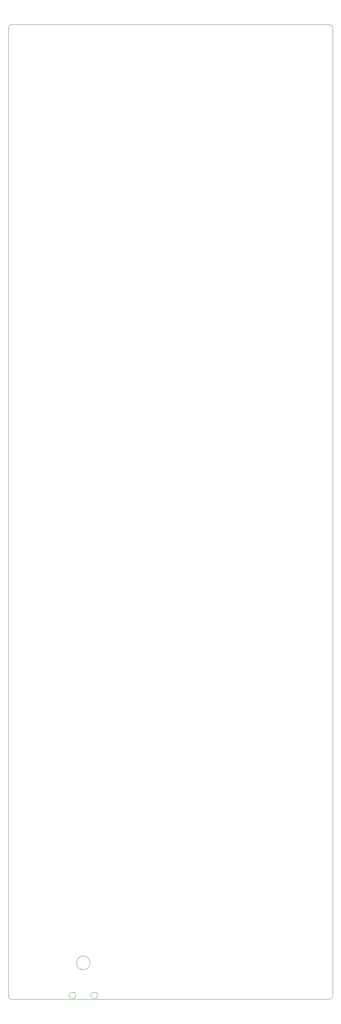
<source format=gbr>
%TF.GenerationSoftware,KiCad,Pcbnew,9.0.0*%
%TF.CreationDate,2025-03-25T20:50:40-04:00*%
%TF.ProjectId,RampedFetCoil,52616d70-6564-4466-9574-436f696c2e6b,rev?*%
%TF.SameCoordinates,Original*%
%TF.FileFunction,Profile,NP*%
%FSLAX46Y46*%
G04 Gerber Fmt 4.6, Leading zero omitted, Abs format (unit mm)*
G04 Created by KiCad (PCBNEW 9.0.0) date 2025-03-25 20:50:40*
%MOMM*%
%LPD*%
G01*
G04 APERTURE LIST*
%TA.AperFunction,Profile*%
%ADD10C,0.050000*%
%TD*%
G04 APERTURE END LIST*
D10*
X164500000Y-250250000D02*
G75*
G02*
X163500000Y-251250000I-1000000J0D01*
G01*
X89500000Y-251250000D02*
X163500000Y-251250000D01*
X164500000Y-250250000D02*
X164500000Y-24250000D01*
X88500000Y-24250000D02*
G75*
G02*
X89500000Y-23250000I1000000J0D01*
G01*
X89500000Y-251250000D02*
G75*
G02*
X88500000Y-250250000I0J1000000D01*
G01*
X163500000Y-23250000D02*
X89500000Y-23250000D01*
X88500000Y-24250000D02*
X88500000Y-250250000D01*
X163500000Y-23250000D02*
G75*
G02*
X164500000Y-24250000I0J-1000000D01*
G01*
%TO.C,U9*%
X104320000Y-250290000D02*
G75*
G02*
X102745000Y-250290000I-787500J0D01*
G01*
X102745000Y-250290000D02*
G75*
G02*
X104320000Y-250290000I787500J0D01*
G01*
X107660000Y-242670000D02*
G75*
G02*
X104485000Y-242670000I-1587500J0D01*
G01*
X104485000Y-242670000D02*
G75*
G02*
X107660000Y-242670000I1587500J0D01*
G01*
X109399700Y-250290000D02*
G75*
G02*
X107824700Y-250290000I-787500J0D01*
G01*
X107824700Y-250290000D02*
G75*
G02*
X109399700Y-250290000I787500J0D01*
G01*
%TD*%
M02*

</source>
